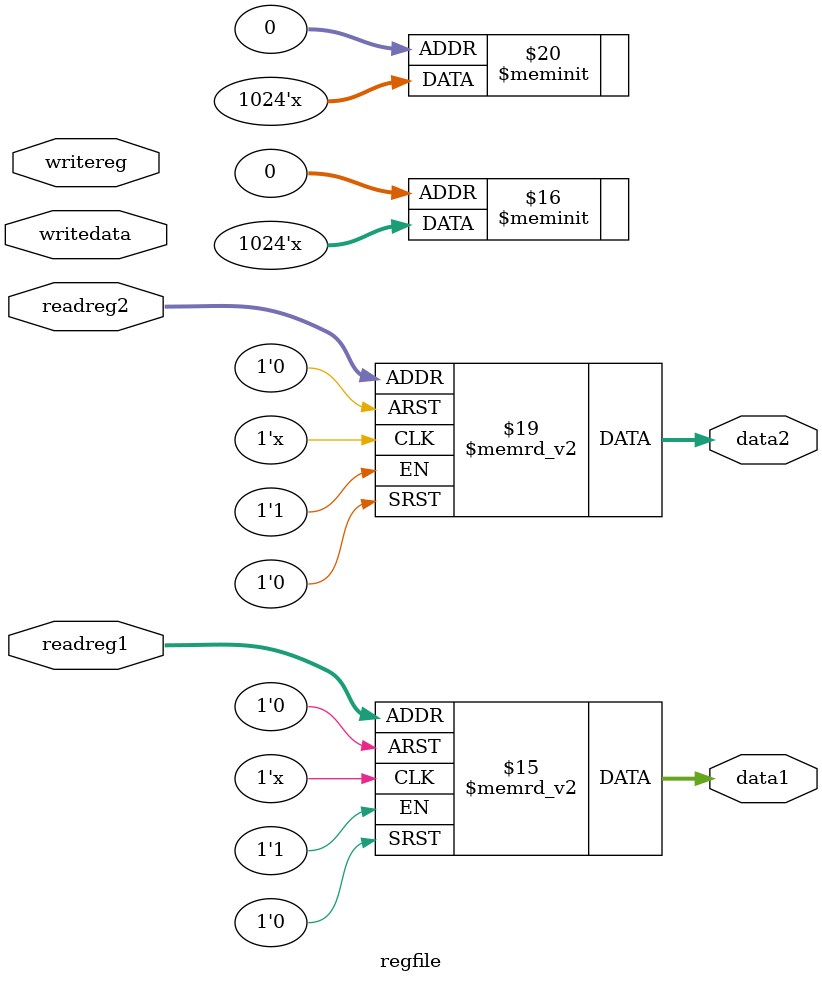
<source format=v>
`timescale 1ns / 1ps
module regfile(
    input [4:0] readreg1,
    input [4:0] readreg2,
    input [4:0] writereg,
    input [31:0] writedata,
    output reg [31:0] data1,
    output reg [31:0] data2
    );
reg [31:0] fixreg [31:0];
always @(readreg1 or readreg2 or writereg or writedata)
begin
data1 <= fixreg[readreg1];
data2 <= fixreg[readreg2];
fixreg[writereg] <= writedata;
end
endmodule

</source>
